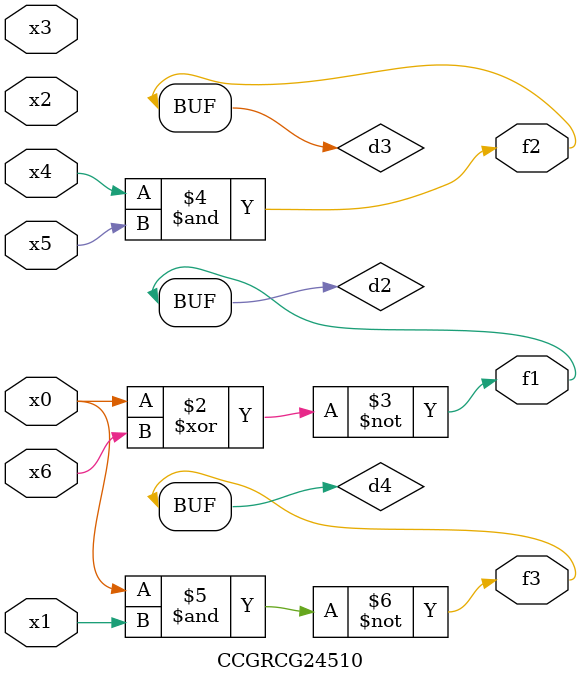
<source format=v>
module CCGRCG24510(
	input x0, x1, x2, x3, x4, x5, x6,
	output f1, f2, f3
);

	wire d1, d2, d3, d4;

	nor (d1, x0);
	xnor (d2, x0, x6);
	and (d3, x4, x5);
	nand (d4, x0, x1);
	assign f1 = d2;
	assign f2 = d3;
	assign f3 = d4;
endmodule

</source>
